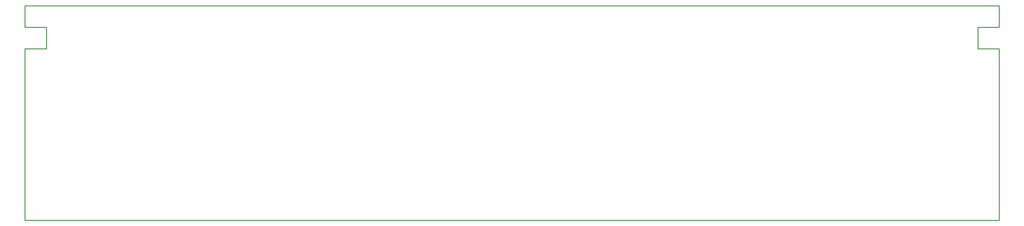
<source format=gbr>
G04 EAGLE Gerber RS-274X export*
G75*
%MOMM*%
%FSLAX34Y34*%
%LPD*%
%IN*%
%IPPOS*%
%AMOC8*
5,1,8,0,0,1.08239X$1,22.5*%
G01*
%ADD10C,0.254000*%


D10*
X0Y0D02*
X2720000Y0D01*
X2720000Y480000D01*
X2660000Y480000D01*
X2660000Y540000D01*
X2720000Y540000D01*
X2720000Y600000D01*
X0Y600000D01*
X0Y540000D01*
X60000Y540000D01*
X60000Y480000D01*
X0Y480000D01*
X0Y0D01*
M02*

</source>
